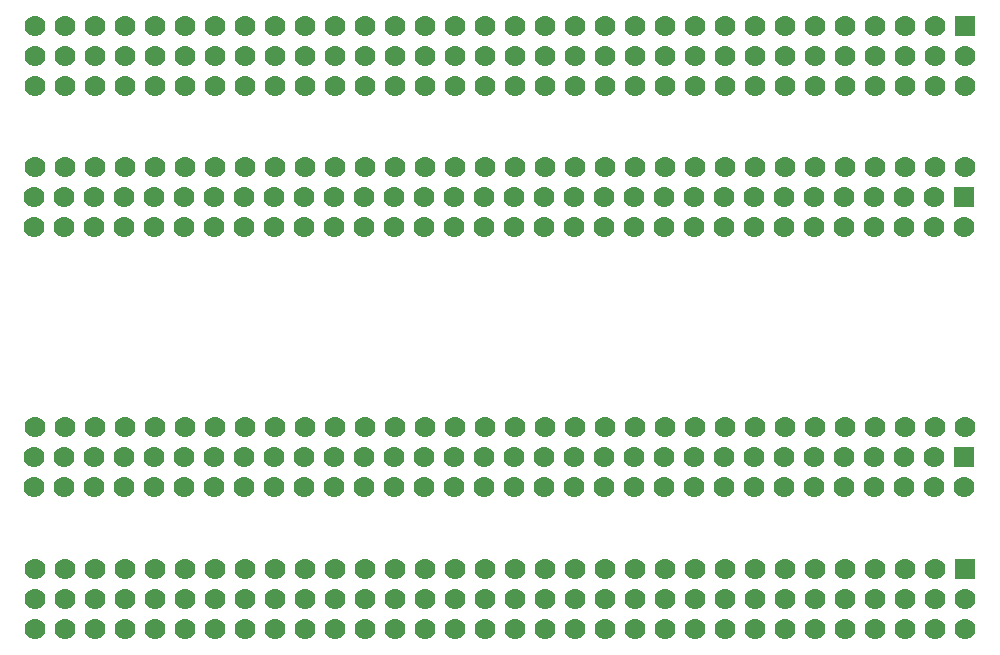
<source format=gbs>
*
*
G04 PADS 9.3.1 Build Number: 456998 generated Gerber (RS-274-X) file*
G04 PC Version=2.1*
*
%IN "Klytus_Routed.pcb"*%
*
%MOIN*%
*
%FSLAX35Y35*%
*
*
*
*
G04 PC Standard Apertures*
*
*
G04 Thermal Relief Aperture macro.*
%AMTER*
1,1,$1,0,0*
1,0,$1-$2,0,0*
21,0,$3,$4,0,0,45*
21,0,$3,$4,0,0,135*
%
*
*
G04 Annular Aperture macro.*
%AMANN*
1,1,$1,0,0*
1,0,$2,0,0*
%
*
*
G04 Odd Aperture macro.*
%AMODD*
1,1,$1,0,0*
1,0,$1-0.005,0,0*
%
*
*
G04 PC Custom Aperture Macros*
*
*
*
*
*
*
G04 PC Aperture Table*
*
%ADD010C,0.001*%
%ADD018R,0.07X0.07*%
%ADD019C,0.07*%
*
*
*
*
G04 PC Circuitry*
G04 Layer Name Klytus_Routed.pcb - circuitry*
%LPD*%
*
*
G04 PC Custom Flashes*
G04 Layer Name Klytus_Routed.pcb - flashes*
%LPD*%
*
*
G04 PC Circuitry*
G04 Layer Name Klytus_Routed.pcb - circuitry*
%LPD*%
*
G54D10*
G54D18*
G01X409843Y149370D03*
Y62756D03*
X410236Y25512D03*
Y206614D03*
G54D19*
X399843Y149370D03*
X389843D03*
X379843D03*
X369843D03*
X359843D03*
X349843D03*
X339843D03*
X329843D03*
X319843D03*
X309843D03*
X299843D03*
X289843D03*
X279843D03*
X269843D03*
X259843D03*
X249843D03*
X239843D03*
X229843D03*
X219843D03*
X209843D03*
X199843D03*
X189843D03*
X179843D03*
X169843D03*
X159843D03*
X149843D03*
X139843D03*
X129843D03*
X119843D03*
X109843D03*
X99843D03*
Y139370D03*
X109843D03*
X119843D03*
X129843D03*
X139843D03*
X149843D03*
X159843D03*
X169843D03*
X179843D03*
X189843D03*
X199843D03*
X209843D03*
X219843D03*
X229843D03*
X239843D03*
X249843D03*
X259843D03*
X269843D03*
X279843D03*
X289843D03*
X299843D03*
X309843D03*
X319843D03*
X329843D03*
X339843D03*
X349843D03*
X359843D03*
X369843D03*
X379843D03*
X389843D03*
X399843D03*
X409843D03*
X100000Y159449D03*
X110000D03*
X120000D03*
X130000D03*
X140000D03*
X150000D03*
X160000D03*
X170000D03*
X180000D03*
X190000D03*
X200000D03*
X210000D03*
X220000D03*
X230000D03*
X240000D03*
X250000D03*
X260000D03*
X270000D03*
X280000D03*
X290000D03*
X300000D03*
X310000D03*
X320000D03*
X330000D03*
X340000D03*
X350000D03*
X360000D03*
X370000D03*
X380000D03*
X390000D03*
X400000D03*
X410000D03*
X399843Y62756D03*
X389843D03*
X379843D03*
X369843D03*
X359843D03*
X349843D03*
X339843D03*
X329843D03*
X319843D03*
X309843D03*
X299843D03*
X289843D03*
X279843D03*
X269843D03*
X259843D03*
X249843D03*
X239843D03*
X229843D03*
X219843D03*
X209843D03*
X199843D03*
X189843D03*
X179843D03*
X169843D03*
X159843D03*
X149843D03*
X139843D03*
X129843D03*
X119843D03*
X109843D03*
X99843D03*
Y52756D03*
X109843D03*
X119843D03*
X129843D03*
X139843D03*
X149843D03*
X159843D03*
X169843D03*
X179843D03*
X189843D03*
X199843D03*
X209843D03*
X219843D03*
X229843D03*
X239843D03*
X249843D03*
X259843D03*
X269843D03*
X279843D03*
X289843D03*
X299843D03*
X309843D03*
X319843D03*
X329843D03*
X339843D03*
X349843D03*
X359843D03*
X369843D03*
X379843D03*
X389843D03*
X399843D03*
X409843D03*
X100000Y72835D03*
X110000D03*
X120000D03*
X130000D03*
X140000D03*
X150000D03*
X160000D03*
X170000D03*
X180000D03*
X190000D03*
X200000D03*
X210000D03*
X220000D03*
X230000D03*
X240000D03*
X250000D03*
X260000D03*
X270000D03*
X280000D03*
X290000D03*
X300000D03*
X310000D03*
X320000D03*
X330000D03*
X340000D03*
X350000D03*
X360000D03*
X370000D03*
X380000D03*
X390000D03*
X400000D03*
X410000D03*
X400236Y25512D03*
X390236D03*
X380236D03*
X370236D03*
X360236D03*
X350236D03*
X340236D03*
X330236D03*
X320236D03*
X310236D03*
X300236D03*
X290236D03*
X280236D03*
X270236D03*
X260236D03*
X250236D03*
X240236D03*
X230236D03*
X220236D03*
X210236D03*
X200236D03*
X190236D03*
X180236D03*
X170236D03*
X160236D03*
X150236D03*
X140236D03*
X130236D03*
X120236D03*
X110236D03*
X100236D03*
Y15512D03*
X110236D03*
X120236D03*
X130236D03*
X140236D03*
X150236D03*
X160236D03*
X170236D03*
X180236D03*
X190236D03*
X200236D03*
X210236D03*
X220236D03*
X230236D03*
X240236D03*
X250236D03*
X260236D03*
X270236D03*
X280236D03*
X290236D03*
X300236D03*
X310236D03*
X320236D03*
X330236D03*
X340236D03*
X350236D03*
X360236D03*
X370236D03*
X380236D03*
X390236D03*
X400236D03*
X410236D03*
X100236Y5512D03*
X110236D03*
X120236D03*
X130236D03*
X140236D03*
X150236D03*
X160236D03*
X170236D03*
X180236D03*
X190236D03*
X200236D03*
X210236D03*
X220236D03*
X230236D03*
X240236D03*
X250236D03*
X260236D03*
X270236D03*
X280236D03*
X290236D03*
X300236D03*
X310236D03*
X320236D03*
X330236D03*
X340236D03*
X350236D03*
X360236D03*
X370236D03*
X380236D03*
X390236D03*
X400236D03*
X410236D03*
X400236Y206614D03*
X390236D03*
X380236D03*
X370236D03*
X360236D03*
X350236D03*
X340236D03*
X330236D03*
X320236D03*
X310236D03*
X300236D03*
X290236D03*
X280236D03*
X270236D03*
X260236D03*
X250236D03*
X240236D03*
X230236D03*
X220236D03*
X210236D03*
X200236D03*
X190236D03*
X180236D03*
X170236D03*
X160236D03*
X150236D03*
X140236D03*
X130236D03*
X120236D03*
X110236D03*
X100236D03*
Y196614D03*
X110236D03*
X120236D03*
X130236D03*
X140236D03*
X150236D03*
X160236D03*
X170236D03*
X180236D03*
X190236D03*
X200236D03*
X210236D03*
X220236D03*
X230236D03*
X240236D03*
X250236D03*
X260236D03*
X270236D03*
X280236D03*
X290236D03*
X300236D03*
X310236D03*
X320236D03*
X330236D03*
X340236D03*
X350236D03*
X360236D03*
X370236D03*
X380236D03*
X390236D03*
X400236D03*
X410236D03*
X100236Y186614D03*
X110236D03*
X120236D03*
X130236D03*
X140236D03*
X150236D03*
X160236D03*
X170236D03*
X180236D03*
X190236D03*
X200236D03*
X210236D03*
X220236D03*
X230236D03*
X240236D03*
X250236D03*
X260236D03*
X270236D03*
X280236D03*
X290236D03*
X300236D03*
X310236D03*
X320236D03*
X330236D03*
X340236D03*
X350236D03*
X360236D03*
X370236D03*
X380236D03*
X390236D03*
X400236D03*
X410236D03*
X0Y0D02*
M02*

</source>
